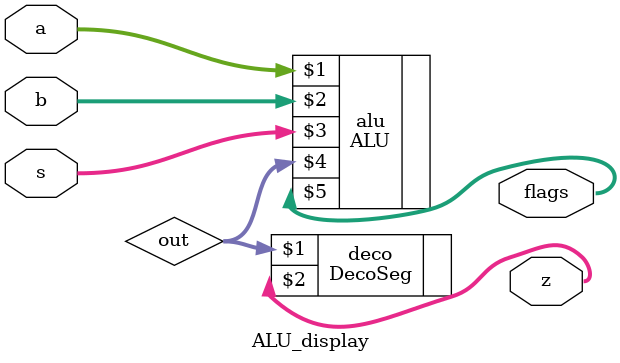
<source format=sv>
module ALU_display (input logic [2:0] a, b, input logic [3:0] s, output logic [6:0] z, output logic [3:0] flags);

		logic [2:0] out;
		
		ALU #(3) alu (a, b, s, out, flags);
		
		DecoSeg deco (out, z);

endmodule 
	
</source>
